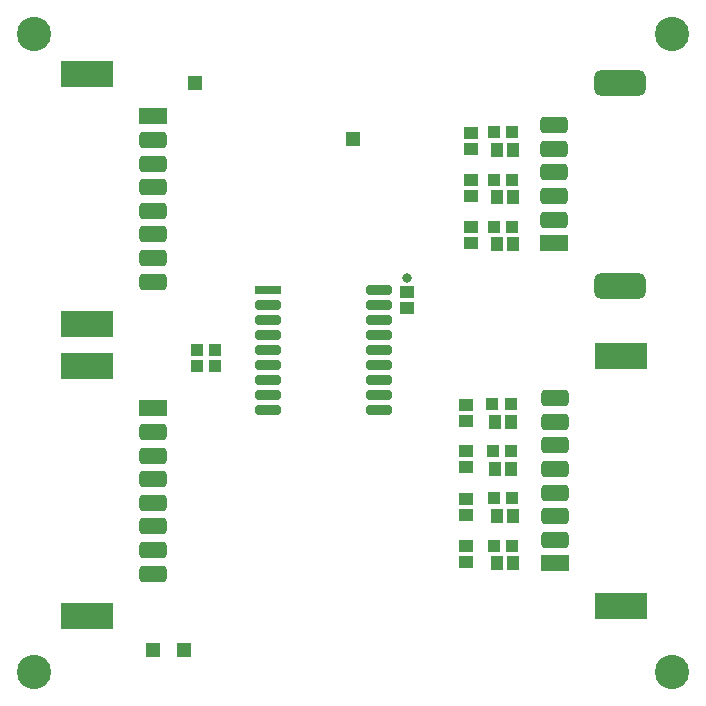
<source format=gts>
G04*
G04 #@! TF.GenerationSoftware,Altium Limited,Altium Designer,18.1.6 (161)*
G04*
G04 Layer_Color=8388736*
%FSLAX25Y25*%
%MOIN*%
G70*
G01*
G75*
%ADD23R,0.04737X0.04737*%
G04:AMPARAMS|DCode=24|XSize=31.62mil|YSize=86.74mil|CornerRadius=9.91mil|HoleSize=0mil|Usage=FLASHONLY|Rotation=270.000|XOffset=0mil|YOffset=0mil|HoleType=Round|Shape=RoundedRectangle|*
%AMROUNDEDRECTD24*
21,1,0.03162,0.06693,0,0,270.0*
21,1,0.01181,0.08674,0,0,270.0*
1,1,0.01981,-0.03347,-0.00591*
1,1,0.01981,-0.03347,0.00591*
1,1,0.01981,0.03347,0.00591*
1,1,0.01981,0.03347,-0.00591*
%
%ADD24ROUNDEDRECTD24*%
%ADD25R,0.08674X0.03162*%
%ADD26R,0.04537X0.04143*%
%ADD27R,0.17335X0.08674*%
%ADD28R,0.09461X0.05524*%
G04:AMPARAMS|DCode=29|XSize=55.24mil|YSize=94.61mil|CornerRadius=15.81mil|HoleSize=0mil|Usage=FLASHONLY|Rotation=90.000|XOffset=0mil|YOffset=0mil|HoleType=Round|Shape=RoundedRectangle|*
%AMROUNDEDRECTD29*
21,1,0.05524,0.06299,0,0,90.0*
21,1,0.02362,0.09461,0,0,90.0*
1,1,0.03162,0.03150,0.01181*
1,1,0.03162,0.03150,-0.01181*
1,1,0.03162,-0.03150,-0.01181*
1,1,0.03162,-0.03150,0.01181*
%
%ADD29ROUNDEDRECTD29*%
G04:AMPARAMS|DCode=30|XSize=86.74mil|YSize=173.35mil|CornerRadius=23.68mil|HoleSize=0mil|Usage=FLASHONLY|Rotation=90.000|XOffset=0mil|YOffset=0mil|HoleType=Round|Shape=RoundedRectangle|*
%AMROUNDEDRECTD30*
21,1,0.08674,0.12598,0,0,90.0*
21,1,0.03937,0.17335,0,0,90.0*
1,1,0.04737,0.06299,0.01968*
1,1,0.04737,0.06299,-0.01968*
1,1,0.04737,-0.06299,-0.01968*
1,1,0.04737,-0.06299,0.01968*
%
%ADD30ROUNDEDRECTD30*%
%ADD31R,0.04147X0.04147*%
%ADD32R,0.04143X0.04537*%
%ADD33C,0.11430*%
%ADD34C,0.03162*%
D23*
X65354Y208268D02*
D03*
X118110Y189591D02*
D03*
X51476Y19094D02*
D03*
X61909D02*
D03*
D24*
X126772Y99075D02*
D03*
X89764D02*
D03*
X126772Y104075D02*
D03*
Y109075D02*
D03*
Y114075D02*
D03*
Y119075D02*
D03*
Y124075D02*
D03*
Y129075D02*
D03*
Y134075D02*
D03*
Y139075D02*
D03*
X89764Y134075D02*
D03*
Y129075D02*
D03*
Y124075D02*
D03*
Y119075D02*
D03*
Y114075D02*
D03*
Y109075D02*
D03*
Y104075D02*
D03*
D25*
Y139075D02*
D03*
D26*
X136221Y133268D02*
D03*
Y138583D02*
D03*
X155905Y48524D02*
D03*
Y53839D02*
D03*
Y64272D02*
D03*
Y69587D02*
D03*
Y80020D02*
D03*
Y85335D02*
D03*
Y95571D02*
D03*
Y100886D02*
D03*
X157480Y186319D02*
D03*
Y191634D02*
D03*
Y170571D02*
D03*
Y175886D02*
D03*
Y154823D02*
D03*
Y160138D02*
D03*
D27*
X207402Y33858D02*
D03*
Y117323D02*
D03*
X29508Y30413D02*
D03*
Y113878D02*
D03*
X29508Y127756D02*
D03*
Y211221D02*
D03*
D28*
X185433Y48031D02*
D03*
X185118Y154724D02*
D03*
X51476Y99705D02*
D03*
X51476Y197047D02*
D03*
D29*
X185433Y55905D02*
D03*
Y63779D02*
D03*
Y71653D02*
D03*
Y79528D02*
D03*
Y87402D02*
D03*
Y95276D02*
D03*
Y103150D02*
D03*
X185118Y194095D02*
D03*
Y186221D02*
D03*
Y178347D02*
D03*
Y170473D02*
D03*
Y162598D02*
D03*
X51476Y44587D02*
D03*
Y52461D02*
D03*
Y60335D02*
D03*
Y68209D02*
D03*
Y76083D02*
D03*
Y83957D02*
D03*
Y91831D02*
D03*
X51476Y141929D02*
D03*
Y149803D02*
D03*
Y157677D02*
D03*
Y165551D02*
D03*
Y173425D02*
D03*
Y181299D02*
D03*
Y189173D02*
D03*
D30*
X207087Y208268D02*
D03*
Y140551D02*
D03*
D31*
X66043Y113878D02*
D03*
X72146D02*
D03*
Y118996D02*
D03*
X66043D02*
D03*
X171161Y53937D02*
D03*
X165059D02*
D03*
X171260Y69685D02*
D03*
X165157D02*
D03*
X170768Y85433D02*
D03*
X164665D02*
D03*
X170669Y101181D02*
D03*
X164567D02*
D03*
X171161Y191732D02*
D03*
X165059D02*
D03*
X171161Y175984D02*
D03*
X165059D02*
D03*
X171161Y160236D02*
D03*
X165059D02*
D03*
D32*
X166043Y48031D02*
D03*
X171358D02*
D03*
X166043Y63779D02*
D03*
X171358D02*
D03*
X165354Y79528D02*
D03*
X170669D02*
D03*
X165354Y95276D02*
D03*
X170669D02*
D03*
X166043Y185827D02*
D03*
X171358D02*
D03*
X166043Y170079D02*
D03*
X171358D02*
D03*
X166043Y154331D02*
D03*
X171358D02*
D03*
D33*
X224409Y224410D02*
D03*
X11811D02*
D03*
X224409Y11811D02*
D03*
X11811D02*
D03*
D34*
X136122Y143209D02*
D03*
M02*

</source>
